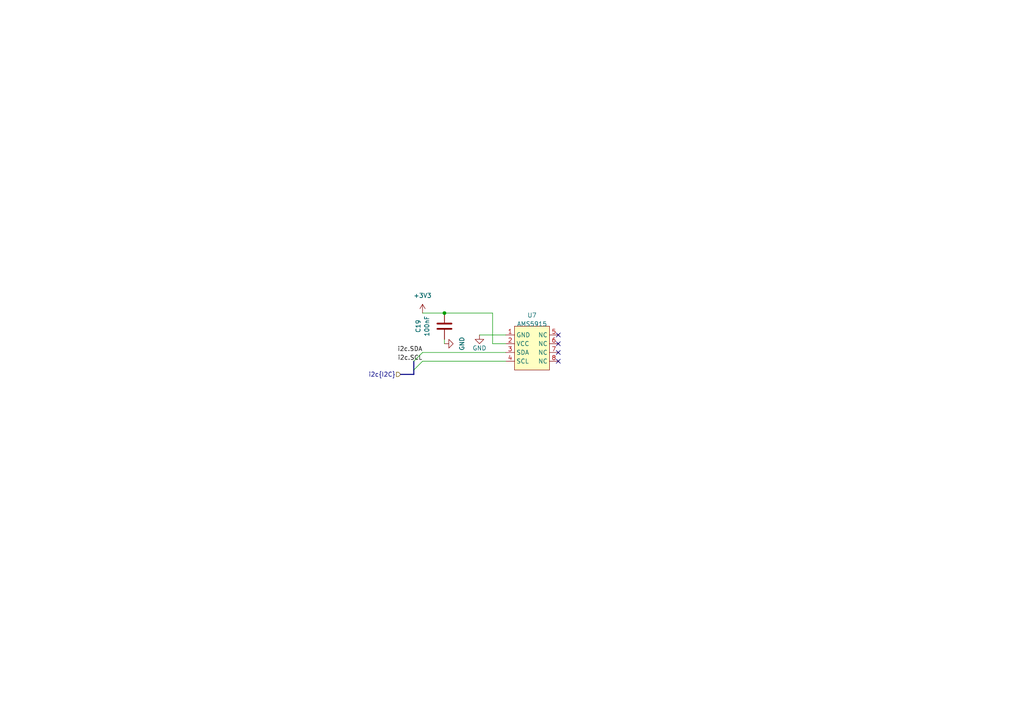
<source format=kicad_sch>
(kicad_sch (version 20230121) (generator eeschema)
  (paper "A4")
  (lib_symbols
    (symbol "Device:C" (pin_numbers hide) (pin_names (offset 0.254))
      (property "Reference" "C" (at 0.635 2.54 0))
      (property "Value" "C" (at 0.635 -2.54 0))
      (symbol "C_0_1"
        (polyline (pts (xy -2.032 -0.762) (xy 2.032 -0.762)) (stroke (width 0.508)))
        (polyline (pts (xy -2.032 0.762) (xy 2.032 0.762)) (stroke (width 0.508)))
      )
      (symbol "C_1_1"
        (pin passive line (at 0 3.81 270) (length 2.794) (name "~") (number "1"))
        (pin passive line (at 0 -3.81 90) (length 2.794) (name "~") (number "2"))
      )
    )
    (symbol "IVS_SYMBOLS:AMS5915"
      (property "Reference" "U" (at 0 10.16 0))
      (property "Value" "AMS5915" (at 0 -7.62 0))
      (symbol "AMS5915_0_1"
        (rectangle (start -5.08 7.62) (end 5.08 -5.08) (fill (type background)))
      )
      (symbol "AMS5915_1_1"
        (pin power_in line (at -7.62 5.08 0) (length 2.54) (name "GND") (number "1"))
        (pin power_in line (at -7.62 2.54 0) (length 2.54) (name "VCC") (number "2"))
        (pin bidirectional line (at -7.62 0 0) (length 2.54) (name "SDA") (number "3"))
        (pin input line (at -7.62 -2.54 0) (length 2.54) (name "SCL") (number "4"))
        (pin no_connect line (at 7.62 5.08 180) (length 2.54) (name "NC") (number "5"))
        (pin no_connect line (at 7.62 2.54 180) (length 2.54) (name "NC") (number "6"))
        (pin no_connect line (at 7.62 0 180) (length 2.54) (name "NC") (number "7"))
        (pin no_connect line (at 7.62 -2.54 180) (length 2.54) (name "NC") (number "8"))
      )
    )
    (symbol "power:+3V3" (power) (pin_names (offset 0))
      (property "Value" "+3V3" (at 0 3.556 0))
      (symbol "+3V3_0_1"
        (polyline (pts (xy -0.762 1.27) (xy 0 2.54)))
        (polyline (pts (xy 0 0) (xy 0 2.54)))
        (polyline (pts (xy 0 2.54) (xy 0.762 1.27)))
      )
      (symbol "+3V3_1_1"
        (pin power_in line (at 0 0 90) (length 0) hide (name "+3V3") (number "1"))
      )
    )
    (symbol "power:GND" (power) (pin_names (offset 0))
      (property "Value" "GND" (at 0 -3.81 0))
      (symbol "GND_0_1"
        (polyline (pts (xy 0 0) (xy 0 -1.27) (xy 1.27 -1.27) (xy 0 -2.54) (xy -1.27 -1.27) (xy 0 -1.27)))
      )
      (symbol "GND_1_1"
        (pin power_in line (at 0 0 270) (length 0) hide (name "GND") (number "1"))
      )
    )
  )
  (junction (at 128.905 90.805))
  (no_connect (at 161.925 102.235))
  (no_connect (at 161.925 99.695))
  (no_connect (at 161.925 97.155))
  (no_connect (at 161.925 104.775))
  (bus_entry (at 122.555 104.775) (size -2.54 2.54))
  (bus_entry (at 122.555 102.235) (size -2.54 2.54))
  (wire (pts (xy 128.905 90.805) (xy 142.875 90.805)))
  (bus (pts (xy 120.015 104.775) (xy 120.015 107.315)))
  (wire (pts (xy 146.685 99.695) (xy 142.875 99.695)))
  (wire (pts (xy 122.555 104.775) (xy 146.685 104.775)))
  (wire (pts (xy 142.875 99.695) (xy 142.875 90.805)))
  (bus (pts (xy 116.205 108.585) (xy 120.015 108.585)))
  (wire (pts (xy 122.555 90.805) (xy 128.905 90.805)))
  (wire (pts (xy 139.065 97.155) (xy 146.685 97.155)))
  (bus (pts (xy 120.015 107.315) (xy 120.015 108.585)))
  (wire (pts (xy 122.555 102.235) (xy 146.685 102.235)))
  (wire (pts (xy 128.905 99.695) (xy 128.905 98.425)))
  (label "i2c.SDA" (at 122.555 102.235 180))
  (label "i2c.SCL" (at 122.555 104.775 180))
  (hierarchical_label "i2c{I2C}" (shape input) (at 116.205 108.585 180))
  (symbol (lib_id "power:+3V3") (at 122.555 90.805 0) (unit 1)
    (property "Reference" "#PWR048" (effects hide))
    (property "Value" "+3V3" (at 122.555 85.725 0))
  )
  (symbol (lib_id "IVS_SYMBOLS:AMS5915") (at 154.305 102.235 0) (unit 1)
    (property "Reference" "U7" (at 154.305 91.44 0))
    (property "Value" "AMS5915" (at 154.305 93.98 0))
    (property "Footprint" "IVS_FOOTPRINTS:AMS5915" (effects hide))
    (property "Datasheet" "https://www.analog-micro.com/products/pressure-sensors/board-mount-pressure-sensors/ams5915/ams5915-datasheet.pdf" (effects hide))
  )
  (symbol (lib_id "power:GND") (at 128.905 99.695 90) (unit 1)
    (property "Reference" "#PWR049" (effects hide))
    (property "Value" "GND" (at 133.985 99.695 0))
  )
  (symbol (lib_id "Device:C") (at 128.905 94.615 180) (unit 1)
    (property "Reference" "C19" (at 121.285 94.615 90))
    (property "Value" "100nF" (at 123.825 94.615 90))
    (property "Footprint" "IVS_FOOTPRINTS:C0603" (effects hide))
  )
  (symbol (lib_id "power:GND") (at 139.065 97.155 0) (unit 1)
    (property "Reference" "#PWR050" (effects hide))
    (property "Value" "GND" (at 139.065 100.965 0))
  )
)
</source>
